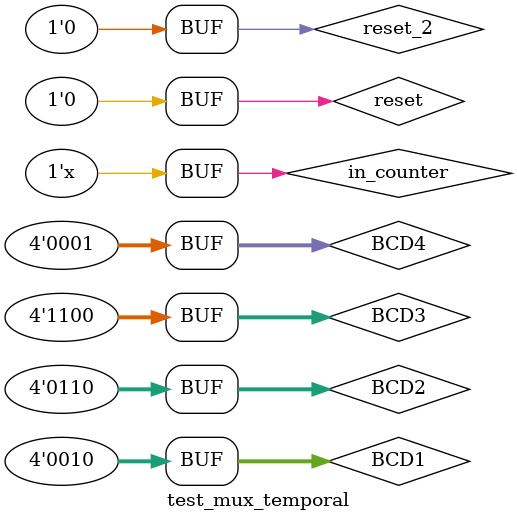
<source format=sv>
`timescale 1ns / 1ps

module test_mux_temporal();
logic [3:0]BCD1,BCD2,BCD3,BCD4;
logic in_counter;
logic reset, reset_2;
logic [6:0]sevenSeg;
logic [3:0]Cout;

mux_temporal DUT_mux_temporal(
    .BCD1(BCD1),
    .BCD2(BCD2),
    .BCD3(BCD3),
    .BCD4(BCD4),
    .in_counter(in_counter),
    .reset(reset),
    .reset_2(reset_2),
    .Cout(Cout),
    .sevenSeg(sevenSeg)
);
always #1 in_counter = ~in_counter;
initial 
    begin
    in_counter = 0;
    reset = 1;
    BCD1 = 4'b0010;
    BCD2 = 4'b0110;
    BCD3 = 4'b1100;
    BCD4 = 4'b0001;
    #2
    reset = 0;
    reset_2 = 1;
    #2
    reset_2 = 0;    
    end
endmodule

</source>
